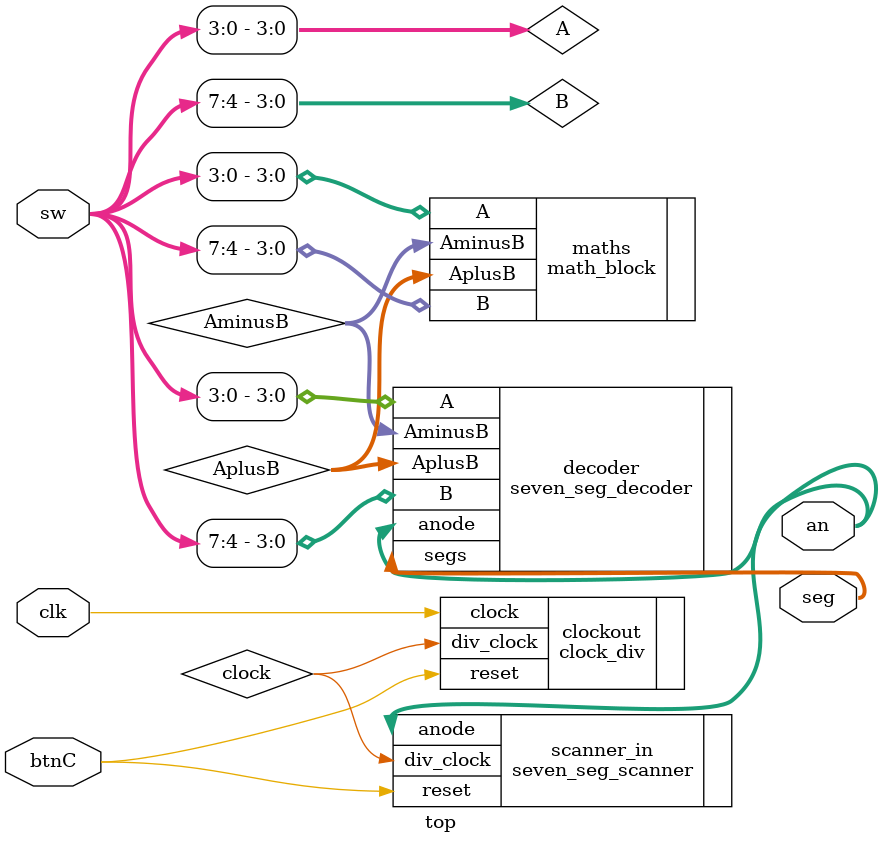
<source format=v>
module top
#(
    parameter DIVIDE_BY = 17 // Use this when passing in to your clock div!
    // The test bench will set it appropriately for testing
)
(
    input [7:0] sw, // A and B
    input clk, // 100 MHz board clock
    input btnC, // Reset
    output [3:0] an, // 7seg anodes
    output [6:0] seg // 7seg segments
);

    wire clock;
    wire [3:0] AplusB;
    wire [3:0] AminusB;
    wire [3:0] A;
    wire [3:0] B;
    
    assign A = sw[3:0];
    assign B = sw[7:4];
    
    clock_div #(.DIVIDE_BY(DIVIDE_BY)) clockout (
        .reset(btnC),
        .clock(clk),
        .div_clock(clock)
    );
    seven_seg_scanner scanner_in (
        .div_clock(clock),
        .reset(btnC),
        .anode(an)
    );
    seven_seg_decoder decoder (
        .A(A),
        .B(B),
        .AplusB(AplusB),
        .AminusB(AminusB),
        .anode(an),
        .segs(seg)
    );
    
    math_block maths (
        .A(A),
        .B(B),
        .AminusB(AminusB),
        .AplusB(AplusB)
    );

endmodule

</source>
